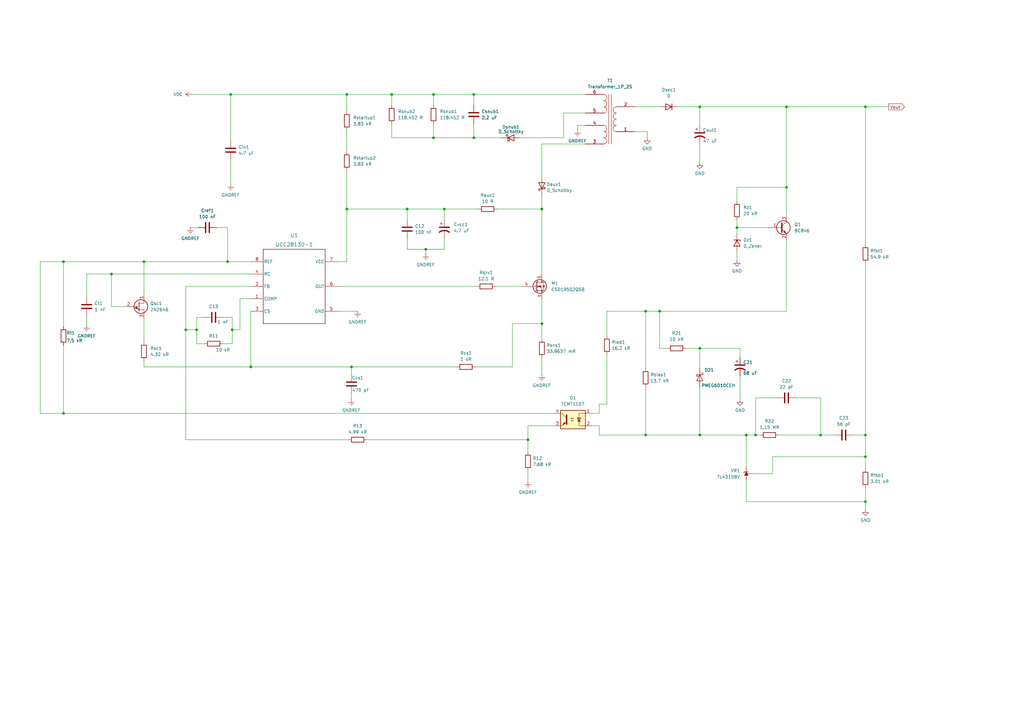
<source format=kicad_sch>
(kicad_sch (version 20211123) (generator eeschema)
  (paper "A3")
  (lib_symbols
    (symbol "2023-06-11_18-43-23:UCC2813D-1" (pin_names (offset 0.254))
      (property "Reference" "U" (at 0 2.54 0))
      (property "Value" "UCC2813D-1" (at 0 0 0))
      (symbol "UCC2813D-1_0_1"
        (polyline (pts (xy -12.7 -15.24) (xy 12.7 -15.24)) (stroke (width 0.2032)))
        (polyline (pts (xy -12.7 15.24) (xy -12.7 -15.24)) (stroke (width 0.2032)))
        (polyline (pts (xy 12.7 -15.24) (xy 12.7 15.24)) (stroke (width 0.2032)))
        (polyline (pts (xy 12.7 15.24) (xy -12.7 15.24)) (stroke (width 0.2032)))
        (pin output line (at -17.78 -5.08 0) (length 5.08) (name "COMP") (number "1"))
        (pin input line (at -17.78 0 0) (length 5.08) (name "FB") (number "2"))
        (pin input line (at -17.78 -10.16 0) (length 5.08) (name "CS") (number "3"))
        (pin input line (at -17.78 5.08 0) (length 5.08) (name "RC") (number "4"))
        (pin power_in line (at 17.78 -10.16 180) (length 5.08) (name "GND") (number "5"))
        (pin output line (at 17.78 0 180) (length 5.08) (name "OUT") (number "6"))
        (pin power_in line (at 17.78 10.16 180) (length 5.08) (name "VCC") (number "7"))
        (pin power_in line (at -17.78 10.16 0) (length 5.08) (name "REF") (number "8"))
      )
    )
    (symbol "Device:C" (pin_numbers hide) (pin_names (offset 0.254))
      (property "Reference" "C" (at 0.635 2.54 0))
      (property "Value" "C" (at 0.635 -2.54 0))
      (symbol "C_0_1"
        (polyline (pts (xy -2.032 -0.762) (xy 2.032 -0.762)) (stroke (width 0.508)))
        (polyline (pts (xy -2.032 0.762) (xy 2.032 0.762)) (stroke (width 0.508)))
      )
      (symbol "C_1_1"
        (pin passive line (at 0 3.81 270) (length 2.794) (name "~") (number "1"))
        (pin passive line (at 0 -3.81 90) (length 2.794) (name "~") (number "2"))
      )
    )
    (symbol "Device:C_Polarized_US" (pin_numbers hide) (pin_names (offset 0.254) hide)
      (property "Reference" "C" (at 0.635 2.54 0))
      (property "Value" "C_Polarized_US" (at 0.635 -2.54 0))
      (symbol "C_Polarized_US_0_1"
        (polyline (pts (xy -2.032 0.762) (xy 2.032 0.762)) (stroke (width 0.508)))
        (polyline (pts (xy -1.778 2.286) (xy -0.762 2.286)))
        (polyline (pts (xy -1.27 1.778) (xy -1.27 2.794)))
        (arc (start 2.032 -1.27) (mid 0 -0.5572) (end -2.032 -1.27) (stroke (width 0.508)))
      )
      (symbol "C_Polarized_US_1_1"
        (pin passive line (at 0 3.81 270) (length 2.794) (name "~") (number "1"))
        (pin passive line (at 0 -3.81 90) (length 3.302) (name "~") (number "2"))
      )
    )
    (symbol "Device:D" (pin_numbers hide) (pin_names (offset 1.016) hide)
      (property "Reference" "D" (at 0 2.54 0))
      (property "Value" "D" (at 0 -2.54 0))
      (symbol "D_0_1"
        (polyline (pts (xy -1.27 1.27) (xy -1.27 -1.27)) (stroke (width 0.254)))
        (polyline (pts (xy 1.27 0) (xy -1.27 0)))
        (polyline (pts (xy 1.27 1.27) (xy 1.27 -1.27) (xy -1.27 0) (xy 1.27 1.27)) (stroke (width 0.254)))
      )
      (symbol "D_1_1"
        (pin passive line (at -3.81 0 0) (length 2.54) (name "K") (number "1"))
        (pin passive line (at 3.81 0 180) (length 2.54) (name "A") (number "2"))
      )
    )
    (symbol "Device:D_Schottky" (pin_numbers hide) (pin_names (offset 1.016) hide)
      (property "Reference" "D" (at 0 2.54 0))
      (property "Value" "D_Schottky" (at 0 -2.54 0))
      (symbol "D_Schottky_0_1"
        (polyline (pts (xy 1.27 0) (xy -1.27 0)))
        (polyline (pts (xy 1.27 1.27) (xy 1.27 -1.27) (xy -1.27 0) (xy 1.27 1.27)) (stroke (width 0.254)))
        (polyline (pts (xy -1.905 0.635) (xy -1.905 1.27) (xy -1.27 1.27) (xy -1.27 -1.27) (xy -0.635 -1.27) (xy -0.635 -0.635)) (stroke (width 0.254)))
      )
      (symbol "D_Schottky_1_1"
        (pin passive line (at -3.81 0 0) (length 2.54) (name "K") (number "1"))
        (pin passive line (at 3.81 0 180) (length 2.54) (name "A") (number "2"))
      )
    )
    (symbol "Device:D_Zener" (pin_numbers hide) (pin_names (offset 1.016) hide)
      (property "Reference" "D" (at 0 2.54 0))
      (property "Value" "D_Zener" (at 0 -2.54 0))
      (symbol "D_Zener_0_1"
        (polyline (pts (xy 1.27 0) (xy -1.27 0)))
        (polyline (pts (xy -1.27 -1.27) (xy -1.27 1.27) (xy -0.762 1.27)) (stroke (width 0.254)))
        (polyline (pts (xy 1.27 -1.27) (xy 1.27 1.27) (xy -1.27 0) (xy 1.27 -1.27)) (stroke (width 0.254)))
      )
      (symbol "D_Zener_1_1"
        (pin passive line (at -3.81 0 0) (length 2.54) (name "K") (number "1"))
        (pin passive line (at 3.81 0 180) (length 2.54) (name "A") (number "2"))
      )
    )
    (symbol "Device:R" (pin_numbers hide) (pin_names (offset 0))
      (property "Reference" "R" (at 2.032 0 90))
      (property "Value" "R" (at 0 0 90))
      (symbol "R_0_1"
        (rectangle (start -1.016 -2.54) (end 1.016 2.54) (stroke (width 0.254)))
      )
      (symbol "R_1_1"
        (pin passive line (at 0 3.81 270) (length 1.27) (name "~") (number "1"))
        (pin passive line (at 0 -3.81 90) (length 1.27) (name "~") (number "2"))
      )
    )
    (symbol "Device:Transformer_1P_2S" (pin_names (offset 1.016) hide)
      (property "Reference" "T" (at 0 12.7 0))
      (property "Value" "Transformer_1P_2S" (at 0 -12.7 0))
      (symbol "Transformer_1P_2S_0_1"
        (arc (start -2.54 -5.0546) (mid -1.6599 -4.6901) (end -1.27 -3.81))
        (arc (start -2.54 -2.5146) (mid -1.6599 -2.1501) (end -1.27 -1.27))
        (arc (start -2.54 0.0254) (mid -1.6599 0.3899) (end -1.27 1.27))
        (arc (start -2.54 2.5654) (mid -1.6599 2.9299) (end -1.27 3.81))
        (arc (start -1.27 -3.81) (mid -1.642 -2.912) (end -2.54 -2.54))
        (arc (start -1.27 -1.27) (mid -1.642 -0.372) (end -2.54 0))
        (arc (start -1.27 1.27) (mid -1.642 2.168) (end -2.54 2.54))
        (arc (start -1.27 3.81) (mid -1.642 4.708) (end -2.54 5.08))
        (polyline (pts (xy -0.508 -10.16) (xy -0.508 10.16)))
        (polyline (pts (xy 0.508 10.16) (xy 0.508 -10.16)))
        (arc (start 1.2954 -8.89) (mid 1.6599 -9.7701) (end 2.54 -10.1346))
        (arc (start 1.2954 -6.35) (mid 1.6599 -7.2301) (end 2.54 -7.5946))
        (arc (start 1.2954 -3.81) (mid 1.6599 -4.6901) (end 2.54 -5.0546))
        (arc (start 1.2954 3.81) (mid 1.6599 2.9299) (end 2.54 2.5654))
        (arc (start 1.2954 6.35) (mid 1.6599 5.4699) (end 2.54 5.1054))
        (arc (start 1.2954 8.89) (mid 1.6599 8.0099) (end 2.54 7.6454))
        (arc (start 2.54 -7.62) (mid 1.642 -7.992) (end 1.2954 -8.89))
        (arc (start 2.54 -5.08) (mid 1.642 -5.452) (end 1.2954 -6.35))
        (arc (start 2.54 -2.54) (mid 1.642 -2.912) (end 1.2954 -3.81))
        (arc (start 2.54 5.08) (mid 1.642 4.708) (end 1.2954 3.81))
        (arc (start 2.54 7.62) (mid 1.642 7.248) (end 1.2954 6.35))
        (arc (start 2.54 10.16) (mid 1.642 9.788) (end 1.2954 8.89))
      )
      (symbol "Transformer_1P_2S_1_1"
        (pin passive line (at -10.16 5.08 0) (length 7.62) (name "AA") (number "1"))
        (pin passive line (at -10.16 -5.08 0) (length 7.62) (name "AB") (number "2"))
        (pin passive line (at 10.16 10.16 180) (length 7.62) (name "SA") (number "3"))
        (pin passive line (at 10.16 2.54 180) (length 7.62) (name "SB") (number "4"))
        (pin passive line (at 10.16 -2.54 180) (length 7.62) (name "SC") (number "5"))
        (pin passive line (at 10.16 -10.16 180) (length 7.62) (name "SD") (number "6"))
      )
    )
    (symbol "Diode:PMEG6010CEH" (pin_numbers hide) (pin_names hide)
      (property "Reference" "D" (at 0 2.54 0))
      (property "Value" "PMEG6010CEH" (at 0 -2.54 0))
      (symbol "PMEG6010CEH_0_1"
        (polyline (pts (xy 1.27 0) (xy -1.27 0)))
        (polyline (pts (xy 1.27 1.27) (xy 1.27 -1.27) (xy -1.27 0) (xy 1.27 1.27)) (stroke (width 0.2032)))
        (polyline (pts (xy -1.905 0.635) (xy -1.905 1.27) (xy -1.27 1.27) (xy -1.27 -1.27) (xy -0.635 -1.27) (xy -0.635 -0.635)) (stroke (width 0.2032)))
      )
      (symbol "PMEG6010CEH_1_1"
        (pin passive line (at -3.81 0 0) (length 2.54) (name "K") (number "1"))
        (pin passive line (at 3.81 0 180) (length 2.54) (name "A") (number "2"))
      )
    )
    (symbol "Isolator:TCMT1107" (pin_names (offset 1.016))
      (property "Reference" "U" (at 0 5.08 0))
      (property "Value" "TCMT1107" (at 0 -5.08 0))
      (symbol "TCMT1107_1_1"
        (rectangle (start -5.08 3.81) (end 5.08 -3.81) (stroke (width 0.254)) (fill (type background)))
        (polyline (pts (xy -3.175 -0.635) (xy -1.905 -0.635)) (stroke (width 0.254)))
        (polyline (pts (xy 2.54 0.635) (xy 4.445 2.54)))
        (polyline (pts (xy 4.445 -2.54) (xy 2.54 -0.635)) (fill (type outline)))
        (polyline (pts (xy 4.445 -2.54) (xy 5.08 -2.54)))
        (polyline (pts (xy 4.445 2.54) (xy 5.08 2.54)))
        (polyline (pts (xy -2.54 -0.635) (xy -2.54 -2.54) (xy -5.08 -2.54)))
        (polyline (pts (xy 2.54 1.905) (xy 2.54 -1.905) (xy 2.54 -1.905)) (stroke (width 0.508)))
        (polyline (pts (xy -5.08 2.54) (xy -2.54 2.54) (xy -2.54 -1.27) (xy -2.54 0.635)))
        (polyline (pts (xy -2.54 -0.635) (xy -3.175 0.635) (xy -1.905 0.635) (xy -2.54 -0.635)) (stroke (width 0.254)))
        (polyline (pts (xy -0.508 -0.508) (xy 0.762 -0.508) (xy 0.381 -0.635) (xy 0.381 -0.381) (xy 0.762 -0.508)))
        (polyline (pts (xy -0.508 0.508) (xy 0.762 0.508) (xy 0.381 0.381) (xy 0.381 0.635) (xy 0.762 0.508)))
        (polyline (pts (xy 3.048 -1.651) (xy 3.556 -1.143) (xy 4.064 -2.159) (xy 3.048 -1.651) (xy 3.048 -1.651)) (fill (type outline)))
        (pin passive line (at -7.62 2.54 0) (length 2.54) (name "~") (number "1"))
        (pin passive line (at -7.62 -2.54 0) (length 2.54) (name "~") (number "2"))
        (pin passive line (at 7.62 -2.54 180) (length 2.54) (name "~") (number "3"))
        (pin passive line (at 7.62 2.54 180) (length 2.54) (name "~") (number "4"))
      )
    )
    (symbol "Reference_Voltage:TL431DBV" (pin_numbers hide) (pin_names hide)
      (property "Reference" "U" (at 0 -2.54 0))
      (property "Value" "TL431DBV" (at 0 -4.445 0))
      (symbol "TL431DBV_0_1"
        (polyline (pts (xy -2.54 0) (xy 0 0) (xy 2.54 0)))
        (polyline (pts (xy -0.762 0.762) (xy 0.762 0) (xy -0.762 -0.762)) (fill (type outline)))
        (polyline (pts (xy 0.508 -1.016) (xy 0.762 -0.762) (xy 0.762 0.762) (xy 0.762 0.762)) (stroke (width 0.254)))
      )
      (symbol "TL431DBV_1_1"
        (polyline (pts (xy 0 1.27) (xy 0 0)))
        (pin passive line (at 2.54 0 180) (length 1.27) (name "K") (number "3"))
        (pin passive line (at 0 2.54 270) (length 2.54) (name "REF") (number "4"))
        (pin passive line (at -2.54 0 0) (length 1.27) (name "A") (number "5"))
      )
    )
    (symbol "Transistor_BJT:2N2646" (pin_names (offset 0) hide)
      (property "Reference" "Q" (at 5.08 1.905 0))
      (property "Value" "2N2646" (at 5.08 0 0))
      (symbol "2N2646_0_1"
        (polyline (pts (xy -2.54 0) (xy -1.016 0) (xy 0.508 -1.524)))
        (polyline (pts (xy 0.508 1.905) (xy 0.508 -1.905) (xy 0.508 -1.905)) (stroke (width 0.254)))
        (polyline (pts (xy 2.54 -2.54) (xy 2.54 -1.27) (xy 0.508 -1.27)))
        (polyline (pts (xy 2.54 2.54) (xy 2.54 1.397) (xy 0.508 1.397)))
        (polyline (pts (xy 0 -1.016) (xy -0.381 0.127) (xy -1.143 -0.635) (xy 0 -1.016)) (fill (type outline)))
        (circle (center 1.27 0) (radius 2.8194) (stroke (width 0.254)))
      )
      (symbol "2N2646_1_1"
        (pin passive line (at 2.54 5.08 270) (length 2.54) (name "B2") (number "1"))
        (pin input line (at -5.08 0 0) (length 2.54) (name "E") (number "2"))
        (pin passive line (at 2.54 -5.08 90) (length 2.54) (name "B1") (number "3"))
      )
    )
    (symbol "Transistor_BJT:BC846" (pin_names (offset 0) hide)
      (property "Reference" "Q" (at 5.08 1.905 0))
      (property "Value" "BC846" (at 5.08 0 0))
      (symbol "BC846_0_1"
        (polyline (pts (xy 0.635 0.635) (xy 2.54 2.54)))
        (polyline (pts (xy 0.635 -0.635) (xy 2.54 -2.54) (xy 2.54 -2.54)))
        (polyline (pts (xy 0.635 1.905) (xy 0.635 -1.905) (xy 0.635 -1.905)) (stroke (width 0.508)))
        (polyline (pts (xy 1.27 -1.778) (xy 1.778 -1.27) (xy 2.286 -2.286) (xy 1.27 -1.778) (xy 1.27 -1.778)) (fill (type outline)))
        (circle (center 1.27 0) (radius 2.8194) (stroke (width 0.254)))
      )
      (symbol "BC846_1_1"
        (pin input line (at -5.08 0 0) (length 5.715) (name "B") (number "1"))
        (pin passive line (at 2.54 -5.08 90) (length 2.54) (name "E") (number "2"))
        (pin passive line (at 2.54 5.08 270) (length 2.54) (name "C") (number "3"))
      )
    )
    (symbol "Transistor_FET:CSD19502Q5B" (pin_names hide)
      (property "Reference" "Q" (at 5.08 1.905 0))
      (property "Value" "CSD19502Q5B" (at 5.08 0 0))
      (symbol "CSD19502Q5B_0_1"
        (polyline (pts (xy 0.254 0) (xy -2.54 0)))
        (polyline (pts (xy 0.254 1.905) (xy 0.254 -1.905)) (stroke (width 0.254)))
        (polyline (pts (xy 0.762 -1.27) (xy 0.762 -2.286)) (stroke (width 0.254)))
        (polyline (pts (xy 0.762 0.508) (xy 0.762 -0.508)) (stroke (width 0.254)))
        (polyline (pts (xy 0.762 2.286) (xy 0.762 1.27)) (stroke (width 0.254)))
        (polyline (pts (xy 2.54 2.54) (xy 2.54 1.778)))
        (polyline (pts (xy 2.54 -2.54) (xy 2.54 0) (xy 0.762 0)))
        (polyline (pts (xy 0.762 -1.778) (xy 3.302 -1.778) (xy 3.302 1.778) (xy 0.762 1.778)))
        (polyline (pts (xy 1.016 0) (xy 2.032 0.381) (xy 2.032 -0.381) (xy 1.016 0)) (fill (type outline)))
        (polyline (pts (xy 2.794 0.508) (xy 2.921 0.381) (xy 3.683 0.381) (xy 3.81 0.254)))
        (polyline (pts (xy 3.302 0.381) (xy 2.921 -0.254) (xy 3.683 -0.254) (xy 3.302 0.381)))
        (circle (center 1.651 0) (radius 2.794) (stroke (width 0.254)))
        (circle (center 2.54 -1.778) (radius 0.254) (fill (type outline)))
        (circle (center 2.54 1.778) (radius 0.254) (fill (type outline)))
      )
      (symbol "CSD19502Q5B_1_1"
        (pin passive line (at 2.54 -5.08 90) (length 2.54) (name "S") (number "1"))
        (pin passive line (at 2.54 -5.08 90) (length 2.54) hide (name "S") (number "2"))
        (pin passive line (at 2.54 -5.08 90) (length 2.54) hide (name "S") (number "3"))
        (pin passive line (at -5.08 0 0) (length 2.54) (name "G") (number "4"))
        (pin passive line (at 2.54 5.08 270) (length 2.54) (name "D") (number "5"))
      )
    )
    (symbol "power:GND" (power) (pin_names (offset 0))
      (property "Value" "GND" (at 0 -3.81 0))
      (symbol "GND_0_1"
        (polyline (pts (xy 0 0) (xy 0 -1.27) (xy 1.27 -1.27) (xy 0 -2.54) (xy -1.27 -1.27) (xy 0 -1.27)))
      )
      (symbol "GND_1_1"
        (pin power_in line (at 0 0 270) (length 0) hide (name "GND") (number "1"))
      )
    )
    (symbol "power:GNDREF" (power) (pin_names (offset 0))
      (property "Value" "GNDREF" (at 0 -3.81 0))
      (symbol "GNDREF_0_1"
        (polyline (pts (xy -0.635 -1.905) (xy 0.635 -1.905)))
        (polyline (pts (xy -0.127 -2.54) (xy 0.127 -2.54)))
        (polyline (pts (xy 0 -1.27) (xy 0 0)))
        (polyline (pts (xy 1.27 -1.27) (xy -1.27 -1.27)))
      )
      (symbol "GNDREF_1_1"
        (pin power_in line (at 0 0 270) (length 0) hide (name "GNDREF") (number "1"))
      )
    )
    (symbol "power:VDC" (power) (pin_names (offset 0))
      (property "Value" "VDC" (at 0 6.35 0))
      (symbol "VDC_0_1"
        (polyline (pts (xy -0.762 1.27) (xy 0 2.54)))
        (polyline (pts (xy 0 0) (xy 0 2.54)))
        (polyline (pts (xy 0 2.54) (xy 0.762 1.27)))
      )
      (symbol "VDC_1_1"
        (pin power_in line (at 0 0 90) (length 0) hide (name "VDC") (number "1"))
      )
    )
  )
  (junction (at 222.25 85.725))
  (junction (at 59.055 107.315))
  (junction (at 270.51 127.635))
  (junction (at 182.245 85.725))
  (junction (at 322.58 43.815))
  (junction (at 354.965 43.815))
  (junction (at 306.07 178.435))
  (junction (at 174.625 102.235))
  (junction (at 76.2 135.255))
  (junction (at 322.58 76.835))
  (junction (at 287.02 43.815))
  (junction (at 287.02 142.875))
  (junction (at 94.615 38.735))
  (junction (at 142.24 38.735))
  (junction (at 264.795 127.635))
  (junction (at 167.005 85.725))
  (junction (at 222.25 132.715))
  (junction (at 354.965 187.325))
  (junction (at 93.345 107.315))
  (junction (at 160.655 38.735))
  (junction (at 142.24 85.725))
  (junction (at 287.02 178.435))
  (junction (at 194.31 38.735))
  (junction (at 309.88 178.435))
  (junction (at 354.965 178.435))
  (junction (at 354.965 205.74))
  (junction (at 302.26 93.345))
  (junction (at 45.72 112.395))
  (junction (at 194.31 56.515))
  (junction (at 177.8 38.735))
  (junction (at 216.535 180.34))
  (junction (at 177.8 56.515))
  (junction (at 264.795 178.435))
  (junction (at 102.87 150.495))
  (junction (at 95.25 135.255))
  (junction (at 26.035 107.315))
  (junction (at 80.645 135.255))
  (junction (at 336.55 178.435))
  (junction (at 26.035 169.545))
  (junction (at 144.145 150.495))
  (wire (pts (xy 26.035 141.605) (xy 26.035 169.545)))
  (wire (pts (xy 222.25 122.555) (xy 222.25 132.715)))
  (wire (pts (xy 142.24 107.315) (xy 138.43 107.315)))
  (wire (pts (xy 98.425 122.555) (xy 98.425 135.255)))
  (wire (pts (xy 160.655 38.735) (xy 177.8 38.735)))
  (wire (pts (xy 319.405 178.435) (xy 336.55 178.435)))
  (wire (pts (xy 177.8 43.18) (xy 177.8 38.735)))
  (wire (pts (xy 354.965 100.33) (xy 354.965 43.815)))
  (wire (pts (xy 322.58 43.815) (xy 354.965 43.815)))
  (wire (pts (xy 78.105 93.345) (xy 81.28 93.345)))
  (wire (pts (xy 194.945 150.495) (xy 210.185 150.495)))
  (wire (pts (xy 26.035 169.545) (xy 16.51 169.545)))
  (wire (pts (xy 88.9 93.345) (xy 93.345 93.345)))
  (wire (pts (xy 26.035 169.545) (xy 227.33 169.545)))
  (wire (pts (xy 354.965 205.74) (xy 354.965 208.915)))
  (wire (pts (xy 78.74 38.735) (xy 94.615 38.735)))
  (wire (pts (xy 194.31 56.515) (xy 205.74 56.515)))
  (wire (pts (xy 306.07 196.85) (xy 306.07 205.74)))
  (wire (pts (xy 182.245 85.725) (xy 167.005 85.725)))
  (wire (pts (xy 182.245 90.17) (xy 182.245 85.725)))
  (wire (pts (xy 177.8 38.735) (xy 194.31 38.735)))
  (wire (pts (xy 306.07 205.74) (xy 354.965 205.74)))
  (wire (pts (xy 142.24 85.725) (xy 142.24 107.315)))
  (wire (pts (xy 142.24 38.735) (xy 160.655 38.735)))
  (wire (pts (xy 364.49 43.815) (xy 354.965 43.815)))
  (wire (pts (xy 336.55 178.435) (xy 336.55 163.195)))
  (wire (pts (xy 287.02 51.435) (xy 287.02 43.815)))
  (wire (pts (xy 322.58 127.635) (xy 322.58 98.425)))
  (wire (pts (xy 76.2 117.475) (xy 76.2 135.255)))
  (wire (pts (xy 194.31 38.735) (xy 240.03 38.735)))
  (wire (pts (xy 80.645 130.175) (xy 80.645 135.255)))
  (wire (pts (xy 76.2 135.255) (xy 80.645 135.255)))
  (wire (pts (xy 242.57 174.625) (xy 245.745 174.625)))
  (wire (pts (xy 138.43 127.635) (xy 146.685 127.635)))
  (wire (pts (xy 287.02 43.815) (xy 278.13 43.815)))
  (wire (pts (xy 210.185 132.715) (xy 222.25 132.715)))
  (wire (pts (xy 174.625 102.235) (xy 182.245 102.235)))
  (wire (pts (xy 150.495 180.34) (xy 216.535 180.34)))
  (wire (pts (xy 91.44 130.175) (xy 95.25 130.175)))
  (wire (pts (xy 210.185 150.495) (xy 210.185 132.715)))
  (wire (pts (xy 59.055 150.495) (xy 102.87 150.495)))
  (wire (pts (xy 83.82 130.175) (xy 80.645 130.175)))
  (wire (pts (xy 242.57 169.545) (xy 245.745 169.545)))
  (wire (pts (xy 160.655 50.8) (xy 160.655 56.515)))
  (wire (pts (xy 322.58 76.835) (xy 322.58 88.265)))
  (wire (pts (xy 287.02 142.875) (xy 281.305 142.875)))
  (wire (pts (xy 273.685 142.875) (xy 270.51 142.875)))
  (wire (pts (xy 236.855 53.34) (xy 236.855 51.435)))
  (wire (pts (xy 194.31 50.8) (xy 194.31 56.515)))
  (wire (pts (xy 227.33 174.625) (xy 216.535 174.625)))
  (wire (pts (xy 222.25 85.725) (xy 203.835 85.725)))
  (wire (pts (xy 59.055 107.315) (xy 93.345 107.315)))
  (wire (pts (xy 142.24 69.85) (xy 142.24 85.725)))
  (wire (pts (xy 287.02 158.75) (xy 287.02 178.435)))
  (wire (pts (xy 95.25 130.175) (xy 95.25 135.255)))
  (wire (pts (xy 308.61 194.31) (xy 316.865 194.31)))
  (wire (pts (xy 59.055 130.81) (xy 59.055 140.335)))
  (wire (pts (xy 216.535 185.42) (xy 216.535 180.34)))
  (wire (pts (xy 245.745 174.625) (xy 245.745 178.435)))
  (wire (pts (xy 270.51 43.815) (xy 260.35 43.815)))
  (wire (pts (xy 35.56 121.92) (xy 35.56 112.395)))
  (wire (pts (xy 16.51 107.315) (xy 16.51 169.545)))
  (wire (pts (xy 160.655 38.735) (xy 160.655 43.18)))
  (wire (pts (xy 35.56 112.395) (xy 45.72 112.395)))
  (wire (pts (xy 309.88 163.195) (xy 309.88 178.435)))
  (wire (pts (xy 287.02 43.815) (xy 322.58 43.815)))
  (wire (pts (xy 222.25 85.725) (xy 222.25 112.395)))
  (wire (pts (xy 26.035 107.315) (xy 59.055 107.315)))
  (wire (pts (xy 142.24 53.34) (xy 142.24 62.23)))
  (wire (pts (xy 318.77 163.195) (xy 309.88 163.195)))
  (wire (pts (xy 248.92 145.415) (xy 248.92 165.735)))
  (wire (pts (xy 316.865 187.325) (xy 354.965 187.325)))
  (wire (pts (xy 287.02 142.875) (xy 303.53 142.875)))
  (wire (pts (xy 322.58 76.835) (xy 302.26 76.835)))
  (wire (pts (xy 216.535 174.625) (xy 216.535 180.34)))
  (wire (pts (xy 167.005 90.17) (xy 167.005 85.725)))
  (wire (pts (xy 93.345 107.315) (xy 102.87 107.315)))
  (wire (pts (xy 94.615 38.735) (xy 142.24 38.735)))
  (wire (pts (xy 309.88 178.435) (xy 311.785 178.435)))
  (wire (pts (xy 35.56 133.35) (xy 35.56 129.54)))
  (wire (pts (xy 222.25 139.065) (xy 222.25 132.715)))
  (wire (pts (xy 177.8 50.8) (xy 177.8 56.515)))
  (wire (pts (xy 213.36 56.515) (xy 231.14 56.515)))
  (wire (pts (xy 303.53 154.305) (xy 303.53 163.83)))
  (wire (pts (xy 167.005 102.235) (xy 174.625 102.235)))
  (wire (pts (xy 245.745 165.735) (xy 248.92 165.735)))
  (wire (pts (xy 138.43 117.475) (xy 195.58 117.475)))
  (wire (pts (xy 45.72 112.395) (xy 45.72 125.73)))
  (wire (pts (xy 287.02 59.055) (xy 287.02 66.675)))
  (wire (pts (xy 231.14 56.515) (xy 231.14 46.355)))
  (wire (pts (xy 80.645 135.255) (xy 80.645 140.97)))
  (wire (pts (xy 94.615 38.735) (xy 94.615 57.785)))
  (wire (pts (xy 102.87 117.475) (xy 76.2 117.475)))
  (wire (pts (xy 16.51 107.315) (xy 26.035 107.315)))
  (wire (pts (xy 102.87 127.635) (xy 102.87 150.495)))
  (wire (pts (xy 354.965 178.435) (xy 354.965 107.95)))
  (wire (pts (xy 302.26 76.835) (xy 302.26 82.55)))
  (wire (pts (xy 248.92 137.795) (xy 248.92 127.635)))
  (wire (pts (xy 144.145 150.495) (xy 187.325 150.495)))
  (wire (pts (xy 265.43 56.515) (xy 265.43 53.975)))
  (wire (pts (xy 102.87 112.395) (xy 45.72 112.395)))
  (wire (pts (xy 102.87 122.555) (xy 98.425 122.555)))
  (wire (pts (xy 167.005 97.79) (xy 167.005 102.235)))
  (wire (pts (xy 264.795 127.635) (xy 270.51 127.635)))
  (wire (pts (xy 214.63 117.475) (xy 203.2 117.475)))
  (wire (pts (xy 270.51 142.875) (xy 270.51 127.635)))
  (wire (pts (xy 245.745 169.545) (xy 245.745 165.735)))
  (wire (pts (xy 342.265 178.435) (xy 336.55 178.435)))
  (wire (pts (xy 144.145 153.67) (xy 144.145 150.495)))
  (wire (pts (xy 216.535 197.485) (xy 216.535 193.04)))
  (wire (pts (xy 76.2 180.34) (xy 142.875 180.34)))
  (wire (pts (xy 231.14 46.355) (xy 240.03 46.355)))
  (wire (pts (xy 287.02 178.435) (xy 306.07 178.435)))
  (wire (pts (xy 306.07 191.77) (xy 306.07 178.435)))
  (wire (pts (xy 322.58 43.815) (xy 322.58 76.835)))
  (wire (pts (xy 182.245 102.235) (xy 182.245 97.79)))
  (wire (pts (xy 302.26 95.885) (xy 302.26 93.345)))
  (wire (pts (xy 287.02 151.13) (xy 287.02 142.875)))
  (wire (pts (xy 336.55 163.195) (xy 326.39 163.195)))
  (wire (pts (xy 26.035 133.985) (xy 26.035 107.315)))
  (wire (pts (xy 95.25 140.97) (xy 91.44 140.97)))
  (wire (pts (xy 265.43 53.975) (xy 260.35 53.975)))
  (wire (pts (xy 354.965 187.325) (xy 354.965 178.435)))
  (wire (pts (xy 264.795 158.75) (xy 264.795 178.435)))
  (wire (pts (xy 236.855 51.435) (xy 240.03 51.435)))
  (wire (pts (xy 45.72 125.73) (xy 51.435 125.73)))
  (wire (pts (xy 302.26 93.345) (xy 314.96 93.345)))
  (wire (pts (xy 160.655 56.515) (xy 177.8 56.515)))
  (wire (pts (xy 59.055 147.955) (xy 59.055 150.495)))
  (wire (pts (xy 245.745 178.435) (xy 264.795 178.435)))
  (wire (pts (xy 94.615 65.405) (xy 94.615 75.565)))
  (wire (pts (xy 194.31 43.18) (xy 194.31 38.735)))
  (wire (pts (xy 270.51 127.635) (xy 322.58 127.635)))
  (wire (pts (xy 264.795 178.435) (xy 287.02 178.435)))
  (wire (pts (xy 302.26 93.345) (xy 302.26 90.17)))
  (wire (pts (xy 354.965 200.025) (xy 354.965 205.74)))
  (wire (pts (xy 102.87 150.495) (xy 144.145 150.495)))
  (wire (pts (xy 302.26 106.68) (xy 302.26 103.505)))
  (wire (pts (xy 95.25 135.255) (xy 95.25 140.97)))
  (wire (pts (xy 196.215 85.725) (xy 182.245 85.725)))
  (wire (pts (xy 93.345 93.345) (xy 93.345 107.315)))
  (wire (pts (xy 144.145 163.83) (xy 144.145 161.29)))
  (wire (pts (xy 142.24 45.72) (xy 142.24 38.735)))
  (wire (pts (xy 248.92 127.635) (xy 264.795 127.635)))
  (wire (pts (xy 303.53 142.875) (xy 303.53 146.685)))
  (wire (pts (xy 177.8 56.515) (xy 194.31 56.515)))
  (wire (pts (xy 264.795 151.13) (xy 264.795 127.635)))
  (wire (pts (xy 222.25 146.685) (xy 222.25 153.67)))
  (wire (pts (xy 80.645 140.97) (xy 83.82 140.97)))
  (wire (pts (xy 174.625 104.14) (xy 174.625 102.235)))
  (wire (pts (xy 354.965 192.405) (xy 354.965 187.325)))
  (wire (pts (xy 167.005 85.725) (xy 142.24 85.725)))
  (wire (pts (xy 76.2 135.255) (xy 76.2 180.34)))
  (wire (pts (xy 349.885 178.435) (xy 354.965 178.435)))
  (wire (pts (xy 98.425 135.255) (xy 95.25 135.255)))
  (wire (pts (xy 316.865 194.31) (xy 316.865 187.325)))
  (wire (pts (xy 306.07 178.435) (xy 309.88 178.435)))
  (wire (pts (xy 222.25 80.01) (xy 222.25 85.725)))
  (wire (pts (xy 222.25 59.055) (xy 222.25 72.39)))
  (wire (pts (xy 59.055 120.65) (xy 59.055 107.315)))
  (wire (pts (xy 222.25 59.055) (xy 240.03 59.055)))
  (global_label "Vout" (shape output) (at 364.49 43.815 0) (property "Intersheet References" "${INTERSHEET_REFS}" (effects hide)))
  (symbol (lib_id "Device:C") (at 85.09 93.345 90) (unit 1)
    (property "Reference" "Cref1" (at 85.09 86.36 90))
    (property "Value" "100 nF" (at 85.09 88.9 90))
    (property "Footprint" "Capacitor_SMD:C_0805_2012Metric_Pad1.18x1.45mm_HandSolder" (effects hide))
  )
  (symbol (lib_id "power:GNDREF") (at 35.56 133.35 0) (unit 1)
    (property "Reference" "#PWR0107" (effects hide))
    (property "Value" "GNDREF" (at 35.56 137.795 0))
  )
  (symbol (lib_id "power:GNDREF") (at 144.145 163.83 0) (unit 1)
    (property "Reference" "#PWR0103" (effects hide))
    (property "Value" "GNDREF" (at 144.145 168.275 0))
  )
  (symbol (lib_id "Device:D_Schottky") (at 209.55 56.515 0) (unit 1)
    (property "Reference" "Dsnub1" (at 209.55 52.07 0))
    (property "Value" "D_Schottky" (at 209.55 53.975 0))
    (property "Footprint" "Diode_SMD:D_SOD-323" (effects hide))
  )
  (symbol (lib_id "power:GND") (at 303.53 163.83 0) (unit 1)
    (property "Reference" "#PWR0114" (effects hide))
    (property "Value" "GND" (at 303.53 168.275 0))
  )
  (symbol (lib_id "power:GNDREF") (at 78.105 93.345 0) (unit 1)
    (property "Reference" "#PWR0108" (effects hide))
    (property "Value" "GNDREF" (at 78.105 97.79 0))
  )
  (symbol (lib_id "Device:Transformer_1P_2S") (at 250.19 48.895 180) (unit 1)
    (property "Reference" "T1" (at 250.19 33.02 0))
    (property "Value" "Transformer_1P_2S" (at 250.19 35.56 0))
  )
  (symbol (lib_id "Device:D_Zener") (at 302.26 99.695 270) (unit 1)
    (property "Reference" "Dz1" (at 304.8 98.4249 90) (effects (justify left)))
    (property "Value" "D_Zener" (at 304.8 100.9649 90) (effects (justify left)))
    (property "Footprint" "Diode_SMD:D_SOD-123" (effects hide))
  )
  (symbol (lib_id "Device:R") (at 302.26 86.36 0) (unit 1)
    (property "Reference" "Rz1" (at 304.8 85.0899 0) (effects (justify left)))
    (property "Value" "20 kR" (at 304.8 87.6299 0) (effects (justify left)))
    (property "Footprint" "Resistor_SMD:R_2010_5025Metric_Pad1.40x2.65mm_HandSolder" (effects hide))
  )
  (symbol (lib_id "Device:R") (at 315.595 178.435 270) (unit 1)
    (property "Reference" "R22" (at 315.595 172.72 90))
    (property "Value" "1.15 MR" (at 315.595 175.26 90))
    (property "Footprint" "Resistor_SMD:R_0402_1005Metric_Pad0.72x0.64mm_HandSolder" (effects hide))
  )
  (symbol (lib_id "Device:R") (at 142.24 49.53 0) (unit 1)
    (property "Reference" "Rstartup1" (at 144.78 48.2599 0) (effects (justify left)))
    (property "Value" "3.83 kR" (at 144.78 50.7999 0) (effects (justify left)))
    (property "Footprint" "Resistor_SMD:R_1206_3216Metric_Pad1.30x1.75mm_HandSolder" (effects hide))
  )
  (symbol (lib_id "power:GND") (at 302.26 106.68 0) (unit 1)
    (property "Reference" "#PWR0113" (effects hide))
    (property "Value" "GND" (at 302.26 111.125 0))
  )
  (symbol (lib_id "power:GND") (at 354.965 208.915 0) (unit 1)
    (property "Reference" "#PWR0115" (effects hide))
    (property "Value" "GND" (at 354.965 213.36 0))
  )
  (symbol (lib_id "Device:R") (at 177.8 46.99 0) (unit 1)
    (property "Reference" "Rsnub1" (at 180.34 45.7199 0) (effects (justify left)))
    (property "Value" "118.452 R" (at 180.34 48.2599 0) (effects (justify left)))
    (property "Footprint" "Resistor_THT:R_Axial_DIN0922_L20.0mm_D9.0mm_P30.48mm_Horizontal" (effects hide))
  )
  (symbol (lib_id "power:GNDREF") (at 216.535 197.485 0) (unit 1)
    (property "Reference" "#PWR0104" (effects hide))
    (property "Value" "GNDREF" (at 216.535 201.93 0))
  )
  (symbol (lib_id "Device:C") (at 167.005 93.98 0) (unit 1)
    (property "Reference" "C12" (at 170.18 92.7099 0) (effects (justify left)))
    (property "Value" "100 nF" (at 170.18 95.2499 0) (effects (justify left)))
    (property "Footprint" "Capacitor_SMD:C_0805_2012Metric_Pad1.18x1.45mm_HandSolder" (effects hide))
  )
  (symbol (lib_id "Diode:PMEG6010CEH") (at 287.02 154.94 270) (unit 1)
    (property "Reference" "D21" (at 288.925 151.765 90) (effects (justify left)))
    (property "Value" "PMEG6010CEH" (at 287.655 158.115 90) (effects (justify left)))
    (property "Footprint" "Diode_SMD:D_SOD-123F" (effects hide))
    (property "Datasheet" "https://assets.nexperia.com/documents/data-sheet/PMEG6010CEH_PMEG6010CEJ.pdf" (effects hide))
  )
  (symbol (lib_id "Reference_Voltage:TL431DBV") (at 306.07 194.31 270) (mirror x) (unit 1)
    (property "Reference" "VR1" (at 303.53 193.0399 90) (effects (justify right)))
    (property "Value" "TL431DBV" (at 303.53 195.5799 90) (effects (justify right)))
    (property "Footprint" "Package_TO_SOT_SMD:SOT-23-5" (effects hide))
    (property "Datasheet" "http://www.ti.com/lit/ds/symlink/tl431.pdf" (effects hide))
  )
  (symbol (lib_id "power:GND") (at 287.02 66.675 0) (unit 1)
    (property "Reference" "#PWR0111" (effects hide))
    (property "Value" "GND" (at 287.02 71.12 0))
  )
  (symbol (lib_id "Device:R") (at 142.24 66.04 0) (unit 1)
    (property "Reference" "Rstartup2" (at 144.78 64.7699 0) (effects (justify left)))
    (property "Value" "3.83 kR" (at 144.78 67.3099 0) (effects (justify left)))
    (property "Footprint" "Resistor_SMD:R_1206_3216Metric_Pad1.30x1.75mm_HandSolder" (effects hide))
  )
  (symbol (lib_id "Device:C") (at 87.63 130.175 90) (unit 1)
    (property "Reference" "C13" (at 87.63 125.73 90))
    (property "Value" "1 nF" (at 91.44 132.08 90))
    (property "Footprint" "Capacitor_SMD:C_0402_1005Metric_Pad0.74x0.62mm_HandSolder" (effects hide))
  )
  (symbol (lib_id "Device:R") (at 87.63 140.97 90) (unit 1)
    (property "Reference" "R11" (at 87.63 137.795 90))
    (property "Value" "10 kR" (at 91.44 143.51 90))
    (property "Footprint" "Resistor_SMD:R_0402_1005Metric_Pad0.72x0.64mm_HandSolder" (effects hide))
  )
  (symbol (lib_id "Device:R") (at 191.135 150.495 90) (unit 1)
    (property "Reference" "Rcs1" (at 191.135 144.828 90))
    (property "Value" "1 kR" (at 191.135 147.368 90))
    (property "Footprint" "Resistor_SMD:R_0402_1005Metric_Pad0.72x0.64mm_HandSolder" (effects hide))
  )
  (symbol (lib_id "Device:C_Polarized_US") (at 303.53 150.495 0) (unit 1)
    (property "Reference" "C21" (at 304.8 148.59 0) (effects (justify left)))
    (property "Value" "68 uF" (at 304.8 153.035 0) (effects (justify left)))
    (property "Footprint" "Capacitor_THT:C_Radial_D8.0mm_H11.5mm_P3.50mm" (effects hide))
  )
  (symbol (lib_id "Device:R") (at 222.25 142.875 180) (unit 1)
    (property "Reference" "Rsns1" (at 224.155 141.6049 0) (effects (justify right)))
    (property "Value" "33.9637 mR" (at 224.155 144.1449 0) (effects (justify right)))
    (property "Footprint" "Resistor_SMD:R_1206_3216Metric_Pad1.30x1.75mm_HandSolder" (effects hide))
  )
  (symbol (lib_id "Isolator:TCMT1107") (at 234.95 172.085 0) (mirror y) (unit 1)
    (property "Reference" "O1" (at 234.95 163.195 0))
    (property "Value" "TCMT1107" (at 234.95 165.735 0))
    (property "Footprint" "Package_SO:SOP-4_4.4x2.6mm_P1.27mm" (effects hide))
    (property "Datasheet" "http://www.vishay.com/docs/83510/tcmt1100.pdf" (effects hide))
  )
  (symbol (lib_id "2023-06-11_18-43-23:UCC2813D-1") (at 120.65 117.475 0) (unit 1)
    (property "Reference" "U1" (at 120.65 96.52 0) (effects (font (size 1.524 1.524))))
    (property "Value" "UCC2813D-1" (at 120.65 100.33 0) (effects (font (size 1.524 1.524))))
    (property "Footprint" "CUSTOM_FOOTPRINTS:UCC2813-1D" (effects hide))
    (property "Datasheet" "UCC2813D-1" (effects hide))
  )
  (symbol (lib_id "Device:R") (at 354.965 196.215 180) (unit 1)
    (property "Reference" "Rfbb1" (at 356.87 194.9449 0) (effects (justify right)))
    (property "Value" "3.01 kR" (at 356.87 197.4849 0) (effects (justify right)))
    (property "Footprint" "Resistor_SMD:R_0402_1005Metric_Pad0.72x0.64mm_HandSolder" (effects hide))
  )
  (symbol (lib_id "Device:R") (at 216.535 189.23 180) (unit 1)
    (property "Reference" "R12" (at 218.44 187.9599 0) (effects (justify right)))
    (property "Value" "7.68 kR" (at 218.44 190.4999 0) (effects (justify right)))
    (property "Footprint" "Resistor_SMD:R_0402_1005Metric_Pad0.72x0.64mm_HandSolder" (effects hide))
  )
  (symbol (lib_id "Device:R") (at 264.795 154.94 180) (unit 1)
    (property "Reference" "Rbias1" (at 266.7 153.6699 0) (effects (justify right)))
    (property "Value" "13.7 kR" (at 266.7 156.2099 0) (effects (justify right)))
    (property "Footprint" "Resistor_SMD:R_0805_2012Metric_Pad1.20x1.40mm_HandSolder" (effects hide))
  )
  (symbol (lib_id "Device:C_Polarized_US") (at 182.245 93.98 0) (unit 1)
    (property "Reference" "Cvcc1" (at 186.055 92.0749 0) (effects (justify left)))
    (property "Value" "4.7 uF" (at 186.055 94.6149 0) (effects (justify left)))
    (property "Footprint" "Capacitor_SMD:CP_Elec_4x5.3" (effects hide))
  )
  (symbol (lib_id "power:GNDREF") (at 222.25 153.67 0) (unit 1)
    (property "Reference" "#PWR0102" (effects hide))
    (property "Value" "GNDREF" (at 222.25 158.115 0))
  )
  (symbol (lib_id "Device:R") (at 200.025 85.725 90) (unit 1)
    (property "Reference" "Raux1" (at 200.025 80.058 90))
    (property "Value" "10 R" (at 200.025 82.598 90))
    (property "Footprint" "Resistor_SMD:R_0402_1005Metric_Pad0.72x0.64mm_HandSolder" (effects hide))
  )
  (symbol (lib_id "Device:C") (at 144.145 157.48 180) (unit 1)
    (property "Reference" "Ccs1" (at 146.685 154.94 0))
    (property "Value" "470 pF" (at 147.955 160.02 0))
    (property "Footprint" "Capacitor_SMD:C_0805_2012Metric_Pad1.18x1.45mm_HandSolder" (effects hide))
  )
  (symbol (lib_id "Device:D") (at 274.32 43.815 180) (unit 1)
    (property "Reference" "Dsec1" (at 274.32 36.83 0))
    (property "Value" "D" (at 274.32 39.37 0))
    (property "Footprint" "Package_TO_SOT_SMD:TO-263-2_TabPin1" (effects hide))
  )
  (symbol (lib_id "Device:R") (at 160.655 46.99 0) (unit 1)
    (property "Reference" "Rsnub2" (at 163.195 45.7199 0) (effects (justify left)))
    (property "Value" "118.452 R" (at 163.195 48.2599 0) (effects (justify left)))
    (property "Footprint" "Resistor_THT:R_Axial_DIN0922_L20.0mm_D9.0mm_P30.48mm_Horizontal" (effects hide))
  )
  (symbol (lib_id "Device:C") (at 346.075 178.435 90) (unit 1)
    (property "Reference" "C23" (at 346.075 171.45 90))
    (property "Value" "56 pF" (at 346.075 173.99 90))
    (property "Footprint" "Capacitor_SMD:C_0805_2012Metric_Pad1.18x1.45mm_HandSolder" (effects hide))
  )
  (symbol (lib_id "power:GNDREF") (at 174.625 104.14 0) (unit 1)
    (property "Reference" "#PWR0105" (effects hide))
    (property "Value" "GNDREF" (at 174.625 108.585 0))
  )
  (symbol (lib_id "Device:C") (at 94.615 61.595 0) (unit 1)
    (property "Reference" "Cin1" (at 97.79 60.3249 0) (effects (justify left)))
    (property "Value" "4.7 uF" (at 97.79 62.8649 0) (effects (justify left)))
    (property "Footprint" "Capacitor_SMD:C_1206_3216Metric_Pad1.33x1.80mm_HandSolder" (effects hide))
  )
  (symbol (lib_id "Device:R") (at 199.39 117.475 90) (unit 1)
    (property "Reference" "Rdrv1" (at 199.39 111.808 90))
    (property "Value" "12.1 R" (at 199.39 114.348 90))
    (property "Footprint" "Resistor_SMD:R_0805_2012Metric_Pad1.20x1.40mm_HandSolder" (effects hide))
  )
  (symbol (lib_id "Device:D_Schottky") (at 222.25 76.2 90) (unit 1)
    (property "Reference" "Daux1" (at 224.155 75.565 90) (effects (justify right)))
    (property "Value" "D_Schottky" (at 224.155 78.105 90) (effects (justify right)))
    (property "Footprint" "Diode_SMD:D_SMA_Handsoldering" (effects hide))
  )
  (symbol (lib_id "power:GNDREF") (at 146.685 127.635 0) (unit 1)
    (property "Reference" "#PWR0101" (effects hide))
    (property "Value" "GNDREF" (at 146.685 132.08 0))
  )
  (symbol (lib_id "power:GNDREF") (at 236.855 53.34 0) (unit 1)
    (property "Reference" "#PWR0106" (effects hide))
    (property "Value" "GNDREF" (at 236.855 57.785 0))
  )
  (symbol (lib_id "Device:R") (at 354.965 104.14 180) (unit 1)
    (property "Reference" "Rfbt1" (at 356.87 102.8699 0) (effects (justify right)))
    (property "Value" "54.9 kR" (at 356.87 105.4099 0) (effects (justify right)))
    (property "Footprint" "Resistor_SMD:R_0402_1005Metric_Pad0.72x0.64mm_HandSolder" (effects hide))
  )
  (symbol (lib_id "Transistor_BJT:BC846") (at 320.04 93.345 0) (unit 1)
    (property "Reference" "Q1" (at 325.755 92.0749 0) (effects (justify left)))
    (property "Value" "BC846" (at 325.755 94.6149 0) (effects (justify left)))
    (property "Footprint" "Package_TO_SOT_SMD:SOT-23" (effects hide))
    (property "Datasheet" "https://assets.nexperia.com/documents/data-sheet/BC846_SER.pdf" (effects hide))
  )
  (symbol (lib_id "power:GND") (at 265.43 56.515 0) (unit 1)
    (property "Reference" "#PWR0112" (effects hide))
    (property "Value" "GND" (at 265.43 60.96 0))
  )
  (symbol (lib_id "Transistor_BJT:2N2646") (at 56.515 125.73 0) (unit 1)
    (property "Reference" "Qsc1" (at 61.595 124.4599 0) (effects (justify left)))
    (property "Value" "2N2646" (at 61.595 126.9999 0) (effects (justify left)))
    (property "Footprint" "Package_TO_SOT_THT:TO-18-3" (effects hide))
    (property "Datasheet" "http://www.bucek.name/pdf/2n2646,2647.pdf" (effects hide))
  )
  (symbol (lib_id "power:GNDREF") (at 94.615 75.565 0) (unit 1)
    (property "Reference" "#PWR0109" (effects hide))
    (property "Value" "GNDREF" (at 94.615 80.01 0))
  )
  (symbol (lib_id "Device:R") (at 26.035 137.795 0) (unit 1)
    (property "Reference" "Rt1" (at 27.305 136.525 0) (effects (justify left)))
    (property "Value" "7.5 kR" (at 27.305 139.7 0) (effects (justify left)))
    (property "Footprint" "Resistor_SMD:R_0402_1005Metric_Pad0.72x0.64mm_HandSolder" (effects hide))
  )
  (symbol (lib_id "power:VDC") (at 78.74 38.735 90) (unit 1)
    (property "Reference" "#PWR0110" (effects hide))
    (property "Value" "VDC" (at 74.93 38.7349 90) (effects (justify left)))
  )
  (symbol (lib_id "Device:C") (at 194.31 46.99 0) (unit 1)
    (property "Reference" "Csnub1" (at 197.485 45.7199 0) (effects (justify left)))
    (property "Value" "2.2 uF" (at 197.485 48.2599 0) (effects (justify left)))
    (property "Footprint" "Capacitor_SMD:C_0402_1005Metric_Pad0.74x0.62mm_HandSolder" (effects hide))
  )
  (symbol (lib_id "Transistor_FET:CSD19502Q5B") (at 219.71 117.475 0) (unit 1)
    (property "Reference" "M1" (at 226.06 116.2049 0) (effects (justify left)))
    (property "Value" "CSD19502Q5B" (at 226.06 118.7449 0) (effects (justify left)))
    (property "Footprint" "Package_TO_SOT_SMD:TDSON-8-1" (effects hide))
    (property "Datasheet" "http://www.ti.com/lit/gpn/csd19502q5b" (effects hide))
  )
  (symbol (lib_id "Device:C_Polarized_US") (at 287.02 55.245 0) (unit 1)
    (property "Reference" "Cout1" (at 288.29 53.34 0) (effects (justify left)))
    (property "Value" "47 uF" (at 288.29 57.785 0) (effects (justify left)))
    (property "Footprint" "CUSTOM_FOOTPRINTS:CP_Elec_12.5x13" (effects hide))
  )
  (symbol (lib_id "Device:R") (at 146.685 180.34 90) (unit 1)
    (property "Reference" "R13" (at 146.685 174.673 90))
    (property "Value" "4.99 kR" (at 146.685 177.213 90))
    (property "Footprint" "Resistor_SMD:R_0402_1005Metric_Pad0.72x0.64mm_HandSolder" (effects hide))
  )
  (symbol (lib_id "Device:R") (at 248.92 141.605 180) (unit 1)
    (property "Reference" "Rled1" (at 250.825 140.3349 0) (effects (justify right)))
    (property "Value" "16.2 kR" (at 250.825 142.8749 0) (effects (justify right)))
    (property "Footprint" "Resistor_SMD:R_0402_1005Metric_Pad0.72x0.64mm_HandSolder" (effects hide))
  )
  (symbol (lib_id "Device:C") (at 322.58 163.195 90) (unit 1)
    (property "Reference" "C22" (at 322.58 156.21 90))
    (property "Value" "22 pF" (at 322.58 158.75 90))
    (property "Footprint" "Capacitor_SMD:C_0805_2012Metric_Pad1.18x1.45mm_HandSolder" (effects hide))
  )
  (symbol (lib_id "Device:R") (at 277.495 142.875 270) (unit 1)
    (property "Reference" "R21" (at 277.495 136.6537 90))
    (property "Value" "10 kR" (at 277.495 139.1937 90))
    (property "Footprint" "Resistor_SMD:R_0402_1005Metric_Pad0.72x0.64mm_HandSolder" (effects hide))
  )
  (symbol (lib_id "Device:C") (at 35.56 125.73 0) (unit 1)
    (property "Reference" "Ct1" (at 38.735 124.4599 0) (effects (justify left)))
    (property "Value" "1 nF" (at 38.735 126.9999 0) (effects (justify left)))
    (property "Footprint" "Capacitor_SMD:C_0805_2012Metric_Pad1.18x1.45mm_HandSolder" (effects hide))
  )
  (symbol (lib_id "Device:R") (at 59.055 144.145 0) (unit 1)
    (property "Reference" "Rsc1" (at 61.595 142.8749 0) (effects (justify left)))
    (property "Value" "4.32 kR" (at 61.595 145.4149 0) (effects (justify left)))
    (property "Footprint" "Resistor_SMD:R_0402_1005Metric_Pad0.72x0.64mm_HandSolder" (effects hide))
  )
)
</source>
